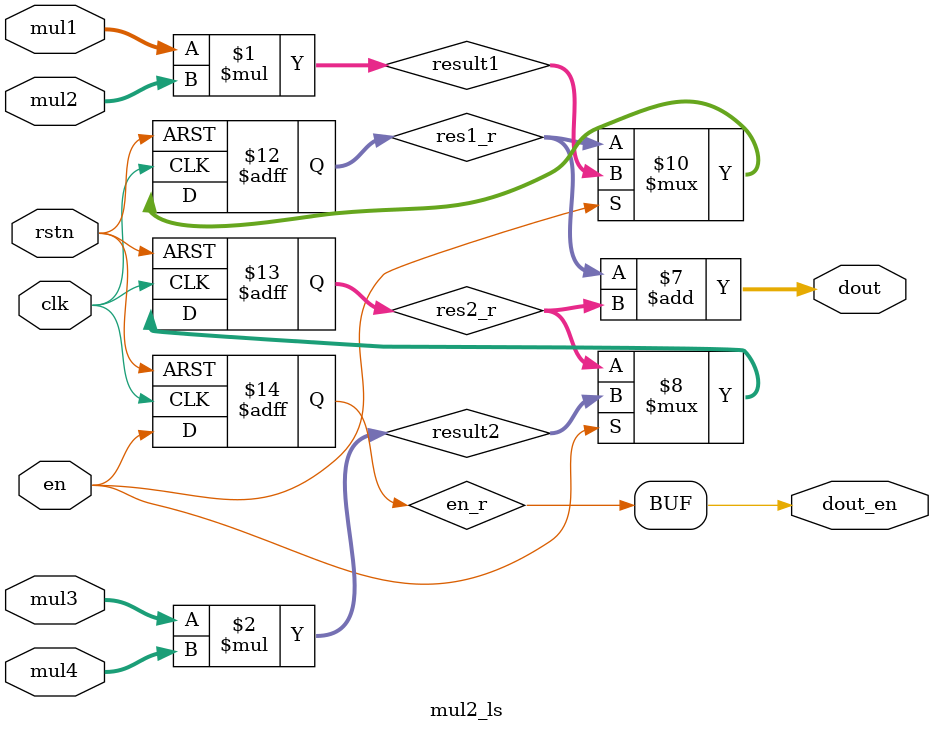
<source format=v>
module mul2_ls
(
    input clk, // 100MHz
    input rstn,
    input en,
    input [3:0] mul1,
    input [3:0] mul2,
    input [3:0] mul3,
    input [3:0] mul4,
    output dout_en,
    output [8:0] dout
);

    wire [7:0] result1 = mul1 * mul2;
    wire [7:0] result2 = mul3 * mul4;

    reg en_r;
    always @ (posedge clk or negedge rstn) begin
        if (~rstn) begin
            en_r <= 1'b0;
        end
        else begin
            en_r = en;
        end
    end

    reg [7:0] res1_r, res2_r;
    always @ (posedge clk or negedge rstn) begin
        if (~rstn) begin
            res1_r <= 8'b0;
            res2_r <= 8'b0;
        end
        else if (en) begin
            res1_r <= result1;
            res2_r <= result2;
        end
    end

    assign dout = res1_r + res2_r;
    assign dout_en = en_r;

endmodule

</source>
